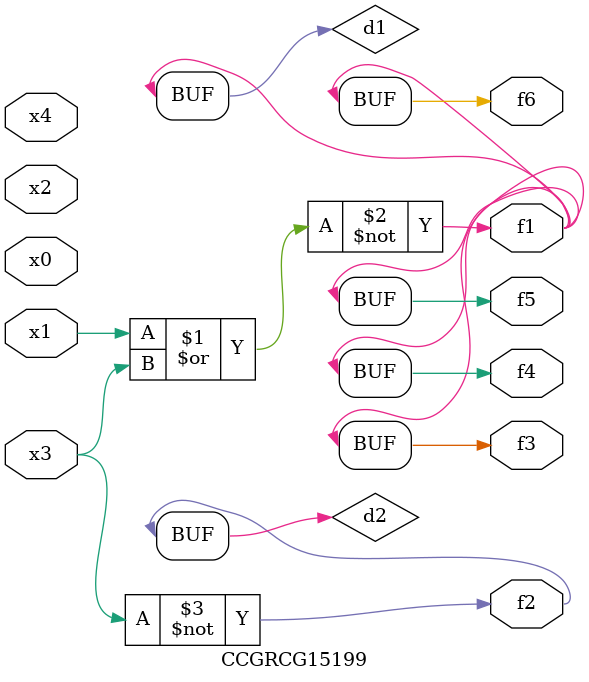
<source format=v>
module CCGRCG15199(
	input x0, x1, x2, x3, x4,
	output f1, f2, f3, f4, f5, f6
);

	wire d1, d2;

	nor (d1, x1, x3);
	not (d2, x3);
	assign f1 = d1;
	assign f2 = d2;
	assign f3 = d1;
	assign f4 = d1;
	assign f5 = d1;
	assign f6 = d1;
endmodule

</source>
